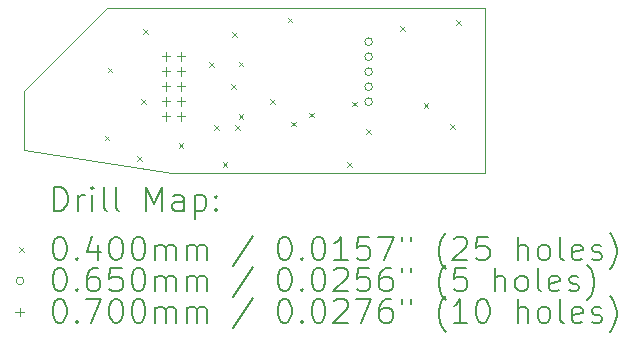
<source format=gbr>
%TF.GenerationSoftware,KiCad,Pcbnew,(6.0.7)*%
%TF.CreationDate,2022-08-20T21:53:43-04:00*%
%TF.ProjectId,THE_ENCODER,5448455f-454e-4434-9f44-45522e6b6963,rev?*%
%TF.SameCoordinates,Original*%
%TF.FileFunction,Drillmap*%
%TF.FilePolarity,Positive*%
%FSLAX45Y45*%
G04 Gerber Fmt 4.5, Leading zero omitted, Abs format (unit mm)*
G04 Created by KiCad (PCBNEW (6.0.7)) date 2022-08-20 21:53:43*
%MOMM*%
%LPD*%
G01*
G04 APERTURE LIST*
%ADD10C,0.100000*%
%ADD11C,0.200000*%
%ADD12C,0.040000*%
%ADD13C,0.065000*%
%ADD14C,0.070000*%
G04 APERTURE END LIST*
D10*
X11500000Y-8100000D02*
X12200000Y-7400000D01*
X15400000Y-7400000D02*
X15400000Y-8800000D01*
X12750000Y-8800000D02*
X15400000Y-8800000D01*
X15400000Y-7400000D02*
X12200000Y-7400000D01*
X11500000Y-8600000D02*
X12750000Y-8800000D01*
X11500000Y-8100000D02*
X11500000Y-8600000D01*
D11*
D12*
X12180000Y-8480000D02*
X12220000Y-8520000D01*
X12220000Y-8480000D02*
X12180000Y-8520000D01*
X12205000Y-7905000D02*
X12245000Y-7945000D01*
X12245000Y-7905000D02*
X12205000Y-7945000D01*
X12455000Y-8655000D02*
X12495000Y-8695000D01*
X12495000Y-8655000D02*
X12455000Y-8695000D01*
X12489500Y-8171500D02*
X12529500Y-8211500D01*
X12529500Y-8171500D02*
X12489500Y-8211500D01*
X12505000Y-7580000D02*
X12545000Y-7620000D01*
X12545000Y-7580000D02*
X12505000Y-7620000D01*
X12807000Y-8543550D02*
X12847000Y-8583550D01*
X12847000Y-8543550D02*
X12807000Y-8583550D01*
X13065955Y-7858955D02*
X13105955Y-7898955D01*
X13105955Y-7858955D02*
X13065955Y-7898955D01*
X13105000Y-8393050D02*
X13145000Y-8433050D01*
X13145000Y-8393050D02*
X13105000Y-8433050D01*
X13180000Y-8705000D02*
X13220000Y-8745000D01*
X13220000Y-8705000D02*
X13180000Y-8745000D01*
X13251500Y-8044500D02*
X13291500Y-8084500D01*
X13291500Y-8044500D02*
X13251500Y-8084500D01*
X13256230Y-7606230D02*
X13296230Y-7646230D01*
X13296230Y-7606230D02*
X13256230Y-7646230D01*
X13284265Y-8393050D02*
X13324265Y-8433050D01*
X13324265Y-8393050D02*
X13284265Y-8433050D01*
X13315000Y-7854000D02*
X13355000Y-7894000D01*
X13355000Y-7854000D02*
X13315000Y-7894000D01*
X13315164Y-8297996D02*
X13355164Y-8337996D01*
X13355164Y-8297996D02*
X13315164Y-8337996D01*
X13578450Y-8171500D02*
X13618450Y-8211500D01*
X13618450Y-8171500D02*
X13578450Y-8211500D01*
X13730000Y-7480000D02*
X13770000Y-7520000D01*
X13770000Y-7480000D02*
X13730000Y-7520000D01*
X13759500Y-8362000D02*
X13799500Y-8402000D01*
X13799500Y-8362000D02*
X13759500Y-8402000D01*
X13909000Y-8285000D02*
X13949000Y-8325000D01*
X13949000Y-8285000D02*
X13909000Y-8325000D01*
X14230000Y-8705000D02*
X14270000Y-8745000D01*
X14270000Y-8705000D02*
X14230000Y-8745000D01*
X14277450Y-8191774D02*
X14317450Y-8231774D01*
X14317450Y-8191774D02*
X14277450Y-8231774D01*
X14394500Y-8425500D02*
X14434500Y-8465500D01*
X14434500Y-8425500D02*
X14394500Y-8465500D01*
X14680000Y-7555000D02*
X14720000Y-7595000D01*
X14720000Y-7555000D02*
X14680000Y-7595000D01*
X14880000Y-8205000D02*
X14920000Y-8245000D01*
X14920000Y-8205000D02*
X14880000Y-8245000D01*
X15105000Y-8380000D02*
X15145000Y-8420000D01*
X15145000Y-8380000D02*
X15105000Y-8420000D01*
X15155000Y-7505000D02*
X15195000Y-7545000D01*
X15195000Y-7505000D02*
X15155000Y-7545000D01*
D13*
X14447000Y-7683500D02*
G75*
G03*
X14447000Y-7683500I-32500J0D01*
G01*
X14447000Y-7810500D02*
G75*
G03*
X14447000Y-7810500I-32500J0D01*
G01*
X14447000Y-7937500D02*
G75*
G03*
X14447000Y-7937500I-32500J0D01*
G01*
X14447000Y-8064500D02*
G75*
G03*
X14447000Y-8064500I-32500J0D01*
G01*
X14447000Y-8191500D02*
G75*
G03*
X14447000Y-8191500I-32500J0D01*
G01*
D14*
X12701000Y-7774000D02*
X12701000Y-7844000D01*
X12666000Y-7809000D02*
X12736000Y-7809000D01*
X12701000Y-7901000D02*
X12701000Y-7971000D01*
X12666000Y-7936000D02*
X12736000Y-7936000D01*
X12701000Y-8028000D02*
X12701000Y-8098000D01*
X12666000Y-8063000D02*
X12736000Y-8063000D01*
X12701000Y-8155000D02*
X12701000Y-8225000D01*
X12666000Y-8190000D02*
X12736000Y-8190000D01*
X12701000Y-8282000D02*
X12701000Y-8352000D01*
X12666000Y-8317000D02*
X12736000Y-8317000D01*
X12828000Y-7774000D02*
X12828000Y-7844000D01*
X12793000Y-7809000D02*
X12863000Y-7809000D01*
X12828000Y-7901000D02*
X12828000Y-7971000D01*
X12793000Y-7936000D02*
X12863000Y-7936000D01*
X12828000Y-8028000D02*
X12828000Y-8098000D01*
X12793000Y-8063000D02*
X12863000Y-8063000D01*
X12828000Y-8155000D02*
X12828000Y-8225000D01*
X12793000Y-8190000D02*
X12863000Y-8190000D01*
X12828000Y-8282000D02*
X12828000Y-8352000D01*
X12793000Y-8317000D02*
X12863000Y-8317000D01*
D11*
X11752619Y-9115476D02*
X11752619Y-8915476D01*
X11800238Y-8915476D01*
X11828809Y-8925000D01*
X11847857Y-8944048D01*
X11857381Y-8963095D01*
X11866905Y-9001190D01*
X11866905Y-9029762D01*
X11857381Y-9067857D01*
X11847857Y-9086905D01*
X11828809Y-9105952D01*
X11800238Y-9115476D01*
X11752619Y-9115476D01*
X11952619Y-9115476D02*
X11952619Y-8982143D01*
X11952619Y-9020238D02*
X11962143Y-9001190D01*
X11971667Y-8991667D01*
X11990714Y-8982143D01*
X12009762Y-8982143D01*
X12076428Y-9115476D02*
X12076428Y-8982143D01*
X12076428Y-8915476D02*
X12066905Y-8925000D01*
X12076428Y-8934524D01*
X12085952Y-8925000D01*
X12076428Y-8915476D01*
X12076428Y-8934524D01*
X12200238Y-9115476D02*
X12181190Y-9105952D01*
X12171667Y-9086905D01*
X12171667Y-8915476D01*
X12305000Y-9115476D02*
X12285952Y-9105952D01*
X12276428Y-9086905D01*
X12276428Y-8915476D01*
X12533571Y-9115476D02*
X12533571Y-8915476D01*
X12600238Y-9058333D01*
X12666905Y-8915476D01*
X12666905Y-9115476D01*
X12847857Y-9115476D02*
X12847857Y-9010714D01*
X12838333Y-8991667D01*
X12819286Y-8982143D01*
X12781190Y-8982143D01*
X12762143Y-8991667D01*
X12847857Y-9105952D02*
X12828809Y-9115476D01*
X12781190Y-9115476D01*
X12762143Y-9105952D01*
X12752619Y-9086905D01*
X12752619Y-9067857D01*
X12762143Y-9048810D01*
X12781190Y-9039286D01*
X12828809Y-9039286D01*
X12847857Y-9029762D01*
X12943095Y-8982143D02*
X12943095Y-9182143D01*
X12943095Y-8991667D02*
X12962143Y-8982143D01*
X13000238Y-8982143D01*
X13019286Y-8991667D01*
X13028809Y-9001190D01*
X13038333Y-9020238D01*
X13038333Y-9077381D01*
X13028809Y-9096429D01*
X13019286Y-9105952D01*
X13000238Y-9115476D01*
X12962143Y-9115476D01*
X12943095Y-9105952D01*
X13124048Y-9096429D02*
X13133571Y-9105952D01*
X13124048Y-9115476D01*
X13114524Y-9105952D01*
X13124048Y-9096429D01*
X13124048Y-9115476D01*
X13124048Y-8991667D02*
X13133571Y-9001190D01*
X13124048Y-9010714D01*
X13114524Y-9001190D01*
X13124048Y-8991667D01*
X13124048Y-9010714D01*
D12*
X11455000Y-9425000D02*
X11495000Y-9465000D01*
X11495000Y-9425000D02*
X11455000Y-9465000D01*
D11*
X11790714Y-9335476D02*
X11809762Y-9335476D01*
X11828809Y-9345000D01*
X11838333Y-9354524D01*
X11847857Y-9373571D01*
X11857381Y-9411667D01*
X11857381Y-9459286D01*
X11847857Y-9497381D01*
X11838333Y-9516429D01*
X11828809Y-9525952D01*
X11809762Y-9535476D01*
X11790714Y-9535476D01*
X11771667Y-9525952D01*
X11762143Y-9516429D01*
X11752619Y-9497381D01*
X11743095Y-9459286D01*
X11743095Y-9411667D01*
X11752619Y-9373571D01*
X11762143Y-9354524D01*
X11771667Y-9345000D01*
X11790714Y-9335476D01*
X11943095Y-9516429D02*
X11952619Y-9525952D01*
X11943095Y-9535476D01*
X11933571Y-9525952D01*
X11943095Y-9516429D01*
X11943095Y-9535476D01*
X12124048Y-9402143D02*
X12124048Y-9535476D01*
X12076428Y-9325952D02*
X12028809Y-9468810D01*
X12152619Y-9468810D01*
X12266905Y-9335476D02*
X12285952Y-9335476D01*
X12305000Y-9345000D01*
X12314524Y-9354524D01*
X12324048Y-9373571D01*
X12333571Y-9411667D01*
X12333571Y-9459286D01*
X12324048Y-9497381D01*
X12314524Y-9516429D01*
X12305000Y-9525952D01*
X12285952Y-9535476D01*
X12266905Y-9535476D01*
X12247857Y-9525952D01*
X12238333Y-9516429D01*
X12228809Y-9497381D01*
X12219286Y-9459286D01*
X12219286Y-9411667D01*
X12228809Y-9373571D01*
X12238333Y-9354524D01*
X12247857Y-9345000D01*
X12266905Y-9335476D01*
X12457381Y-9335476D02*
X12476428Y-9335476D01*
X12495476Y-9345000D01*
X12505000Y-9354524D01*
X12514524Y-9373571D01*
X12524048Y-9411667D01*
X12524048Y-9459286D01*
X12514524Y-9497381D01*
X12505000Y-9516429D01*
X12495476Y-9525952D01*
X12476428Y-9535476D01*
X12457381Y-9535476D01*
X12438333Y-9525952D01*
X12428809Y-9516429D01*
X12419286Y-9497381D01*
X12409762Y-9459286D01*
X12409762Y-9411667D01*
X12419286Y-9373571D01*
X12428809Y-9354524D01*
X12438333Y-9345000D01*
X12457381Y-9335476D01*
X12609762Y-9535476D02*
X12609762Y-9402143D01*
X12609762Y-9421190D02*
X12619286Y-9411667D01*
X12638333Y-9402143D01*
X12666905Y-9402143D01*
X12685952Y-9411667D01*
X12695476Y-9430714D01*
X12695476Y-9535476D01*
X12695476Y-9430714D02*
X12705000Y-9411667D01*
X12724048Y-9402143D01*
X12752619Y-9402143D01*
X12771667Y-9411667D01*
X12781190Y-9430714D01*
X12781190Y-9535476D01*
X12876428Y-9535476D02*
X12876428Y-9402143D01*
X12876428Y-9421190D02*
X12885952Y-9411667D01*
X12905000Y-9402143D01*
X12933571Y-9402143D01*
X12952619Y-9411667D01*
X12962143Y-9430714D01*
X12962143Y-9535476D01*
X12962143Y-9430714D02*
X12971667Y-9411667D01*
X12990714Y-9402143D01*
X13019286Y-9402143D01*
X13038333Y-9411667D01*
X13047857Y-9430714D01*
X13047857Y-9535476D01*
X13438333Y-9325952D02*
X13266905Y-9583095D01*
X13695476Y-9335476D02*
X13714524Y-9335476D01*
X13733571Y-9345000D01*
X13743095Y-9354524D01*
X13752619Y-9373571D01*
X13762143Y-9411667D01*
X13762143Y-9459286D01*
X13752619Y-9497381D01*
X13743095Y-9516429D01*
X13733571Y-9525952D01*
X13714524Y-9535476D01*
X13695476Y-9535476D01*
X13676428Y-9525952D01*
X13666905Y-9516429D01*
X13657381Y-9497381D01*
X13647857Y-9459286D01*
X13647857Y-9411667D01*
X13657381Y-9373571D01*
X13666905Y-9354524D01*
X13676428Y-9345000D01*
X13695476Y-9335476D01*
X13847857Y-9516429D02*
X13857381Y-9525952D01*
X13847857Y-9535476D01*
X13838333Y-9525952D01*
X13847857Y-9516429D01*
X13847857Y-9535476D01*
X13981190Y-9335476D02*
X14000238Y-9335476D01*
X14019286Y-9345000D01*
X14028809Y-9354524D01*
X14038333Y-9373571D01*
X14047857Y-9411667D01*
X14047857Y-9459286D01*
X14038333Y-9497381D01*
X14028809Y-9516429D01*
X14019286Y-9525952D01*
X14000238Y-9535476D01*
X13981190Y-9535476D01*
X13962143Y-9525952D01*
X13952619Y-9516429D01*
X13943095Y-9497381D01*
X13933571Y-9459286D01*
X13933571Y-9411667D01*
X13943095Y-9373571D01*
X13952619Y-9354524D01*
X13962143Y-9345000D01*
X13981190Y-9335476D01*
X14238333Y-9535476D02*
X14124048Y-9535476D01*
X14181190Y-9535476D02*
X14181190Y-9335476D01*
X14162143Y-9364048D01*
X14143095Y-9383095D01*
X14124048Y-9392619D01*
X14419286Y-9335476D02*
X14324048Y-9335476D01*
X14314524Y-9430714D01*
X14324048Y-9421190D01*
X14343095Y-9411667D01*
X14390714Y-9411667D01*
X14409762Y-9421190D01*
X14419286Y-9430714D01*
X14428809Y-9449762D01*
X14428809Y-9497381D01*
X14419286Y-9516429D01*
X14409762Y-9525952D01*
X14390714Y-9535476D01*
X14343095Y-9535476D01*
X14324048Y-9525952D01*
X14314524Y-9516429D01*
X14495476Y-9335476D02*
X14628809Y-9335476D01*
X14543095Y-9535476D01*
X14695476Y-9335476D02*
X14695476Y-9373571D01*
X14771667Y-9335476D02*
X14771667Y-9373571D01*
X15066905Y-9611667D02*
X15057381Y-9602143D01*
X15038333Y-9573571D01*
X15028809Y-9554524D01*
X15019286Y-9525952D01*
X15009762Y-9478333D01*
X15009762Y-9440238D01*
X15019286Y-9392619D01*
X15028809Y-9364048D01*
X15038333Y-9345000D01*
X15057381Y-9316429D01*
X15066905Y-9306905D01*
X15133571Y-9354524D02*
X15143095Y-9345000D01*
X15162143Y-9335476D01*
X15209762Y-9335476D01*
X15228809Y-9345000D01*
X15238333Y-9354524D01*
X15247857Y-9373571D01*
X15247857Y-9392619D01*
X15238333Y-9421190D01*
X15124048Y-9535476D01*
X15247857Y-9535476D01*
X15428809Y-9335476D02*
X15333571Y-9335476D01*
X15324048Y-9430714D01*
X15333571Y-9421190D01*
X15352619Y-9411667D01*
X15400238Y-9411667D01*
X15419286Y-9421190D01*
X15428809Y-9430714D01*
X15438333Y-9449762D01*
X15438333Y-9497381D01*
X15428809Y-9516429D01*
X15419286Y-9525952D01*
X15400238Y-9535476D01*
X15352619Y-9535476D01*
X15333571Y-9525952D01*
X15324048Y-9516429D01*
X15676428Y-9535476D02*
X15676428Y-9335476D01*
X15762143Y-9535476D02*
X15762143Y-9430714D01*
X15752619Y-9411667D01*
X15733571Y-9402143D01*
X15705000Y-9402143D01*
X15685952Y-9411667D01*
X15676428Y-9421190D01*
X15885952Y-9535476D02*
X15866905Y-9525952D01*
X15857381Y-9516429D01*
X15847857Y-9497381D01*
X15847857Y-9440238D01*
X15857381Y-9421190D01*
X15866905Y-9411667D01*
X15885952Y-9402143D01*
X15914524Y-9402143D01*
X15933571Y-9411667D01*
X15943095Y-9421190D01*
X15952619Y-9440238D01*
X15952619Y-9497381D01*
X15943095Y-9516429D01*
X15933571Y-9525952D01*
X15914524Y-9535476D01*
X15885952Y-9535476D01*
X16066905Y-9535476D02*
X16047857Y-9525952D01*
X16038333Y-9506905D01*
X16038333Y-9335476D01*
X16219286Y-9525952D02*
X16200238Y-9535476D01*
X16162143Y-9535476D01*
X16143095Y-9525952D01*
X16133571Y-9506905D01*
X16133571Y-9430714D01*
X16143095Y-9411667D01*
X16162143Y-9402143D01*
X16200238Y-9402143D01*
X16219286Y-9411667D01*
X16228809Y-9430714D01*
X16228809Y-9449762D01*
X16133571Y-9468810D01*
X16305000Y-9525952D02*
X16324048Y-9535476D01*
X16362143Y-9535476D01*
X16381190Y-9525952D01*
X16390714Y-9506905D01*
X16390714Y-9497381D01*
X16381190Y-9478333D01*
X16362143Y-9468810D01*
X16333571Y-9468810D01*
X16314524Y-9459286D01*
X16305000Y-9440238D01*
X16305000Y-9430714D01*
X16314524Y-9411667D01*
X16333571Y-9402143D01*
X16362143Y-9402143D01*
X16381190Y-9411667D01*
X16457381Y-9611667D02*
X16466905Y-9602143D01*
X16485952Y-9573571D01*
X16495476Y-9554524D01*
X16505000Y-9525952D01*
X16514524Y-9478333D01*
X16514524Y-9440238D01*
X16505000Y-9392619D01*
X16495476Y-9364048D01*
X16485952Y-9345000D01*
X16466905Y-9316429D01*
X16457381Y-9306905D01*
D13*
X11495000Y-9709000D02*
G75*
G03*
X11495000Y-9709000I-32500J0D01*
G01*
D11*
X11790714Y-9599476D02*
X11809762Y-9599476D01*
X11828809Y-9609000D01*
X11838333Y-9618524D01*
X11847857Y-9637571D01*
X11857381Y-9675667D01*
X11857381Y-9723286D01*
X11847857Y-9761381D01*
X11838333Y-9780429D01*
X11828809Y-9789952D01*
X11809762Y-9799476D01*
X11790714Y-9799476D01*
X11771667Y-9789952D01*
X11762143Y-9780429D01*
X11752619Y-9761381D01*
X11743095Y-9723286D01*
X11743095Y-9675667D01*
X11752619Y-9637571D01*
X11762143Y-9618524D01*
X11771667Y-9609000D01*
X11790714Y-9599476D01*
X11943095Y-9780429D02*
X11952619Y-9789952D01*
X11943095Y-9799476D01*
X11933571Y-9789952D01*
X11943095Y-9780429D01*
X11943095Y-9799476D01*
X12124048Y-9599476D02*
X12085952Y-9599476D01*
X12066905Y-9609000D01*
X12057381Y-9618524D01*
X12038333Y-9647095D01*
X12028809Y-9685190D01*
X12028809Y-9761381D01*
X12038333Y-9780429D01*
X12047857Y-9789952D01*
X12066905Y-9799476D01*
X12105000Y-9799476D01*
X12124048Y-9789952D01*
X12133571Y-9780429D01*
X12143095Y-9761381D01*
X12143095Y-9713762D01*
X12133571Y-9694714D01*
X12124048Y-9685190D01*
X12105000Y-9675667D01*
X12066905Y-9675667D01*
X12047857Y-9685190D01*
X12038333Y-9694714D01*
X12028809Y-9713762D01*
X12324048Y-9599476D02*
X12228809Y-9599476D01*
X12219286Y-9694714D01*
X12228809Y-9685190D01*
X12247857Y-9675667D01*
X12295476Y-9675667D01*
X12314524Y-9685190D01*
X12324048Y-9694714D01*
X12333571Y-9713762D01*
X12333571Y-9761381D01*
X12324048Y-9780429D01*
X12314524Y-9789952D01*
X12295476Y-9799476D01*
X12247857Y-9799476D01*
X12228809Y-9789952D01*
X12219286Y-9780429D01*
X12457381Y-9599476D02*
X12476428Y-9599476D01*
X12495476Y-9609000D01*
X12505000Y-9618524D01*
X12514524Y-9637571D01*
X12524048Y-9675667D01*
X12524048Y-9723286D01*
X12514524Y-9761381D01*
X12505000Y-9780429D01*
X12495476Y-9789952D01*
X12476428Y-9799476D01*
X12457381Y-9799476D01*
X12438333Y-9789952D01*
X12428809Y-9780429D01*
X12419286Y-9761381D01*
X12409762Y-9723286D01*
X12409762Y-9675667D01*
X12419286Y-9637571D01*
X12428809Y-9618524D01*
X12438333Y-9609000D01*
X12457381Y-9599476D01*
X12609762Y-9799476D02*
X12609762Y-9666143D01*
X12609762Y-9685190D02*
X12619286Y-9675667D01*
X12638333Y-9666143D01*
X12666905Y-9666143D01*
X12685952Y-9675667D01*
X12695476Y-9694714D01*
X12695476Y-9799476D01*
X12695476Y-9694714D02*
X12705000Y-9675667D01*
X12724048Y-9666143D01*
X12752619Y-9666143D01*
X12771667Y-9675667D01*
X12781190Y-9694714D01*
X12781190Y-9799476D01*
X12876428Y-9799476D02*
X12876428Y-9666143D01*
X12876428Y-9685190D02*
X12885952Y-9675667D01*
X12905000Y-9666143D01*
X12933571Y-9666143D01*
X12952619Y-9675667D01*
X12962143Y-9694714D01*
X12962143Y-9799476D01*
X12962143Y-9694714D02*
X12971667Y-9675667D01*
X12990714Y-9666143D01*
X13019286Y-9666143D01*
X13038333Y-9675667D01*
X13047857Y-9694714D01*
X13047857Y-9799476D01*
X13438333Y-9589952D02*
X13266905Y-9847095D01*
X13695476Y-9599476D02*
X13714524Y-9599476D01*
X13733571Y-9609000D01*
X13743095Y-9618524D01*
X13752619Y-9637571D01*
X13762143Y-9675667D01*
X13762143Y-9723286D01*
X13752619Y-9761381D01*
X13743095Y-9780429D01*
X13733571Y-9789952D01*
X13714524Y-9799476D01*
X13695476Y-9799476D01*
X13676428Y-9789952D01*
X13666905Y-9780429D01*
X13657381Y-9761381D01*
X13647857Y-9723286D01*
X13647857Y-9675667D01*
X13657381Y-9637571D01*
X13666905Y-9618524D01*
X13676428Y-9609000D01*
X13695476Y-9599476D01*
X13847857Y-9780429D02*
X13857381Y-9789952D01*
X13847857Y-9799476D01*
X13838333Y-9789952D01*
X13847857Y-9780429D01*
X13847857Y-9799476D01*
X13981190Y-9599476D02*
X14000238Y-9599476D01*
X14019286Y-9609000D01*
X14028809Y-9618524D01*
X14038333Y-9637571D01*
X14047857Y-9675667D01*
X14047857Y-9723286D01*
X14038333Y-9761381D01*
X14028809Y-9780429D01*
X14019286Y-9789952D01*
X14000238Y-9799476D01*
X13981190Y-9799476D01*
X13962143Y-9789952D01*
X13952619Y-9780429D01*
X13943095Y-9761381D01*
X13933571Y-9723286D01*
X13933571Y-9675667D01*
X13943095Y-9637571D01*
X13952619Y-9618524D01*
X13962143Y-9609000D01*
X13981190Y-9599476D01*
X14124048Y-9618524D02*
X14133571Y-9609000D01*
X14152619Y-9599476D01*
X14200238Y-9599476D01*
X14219286Y-9609000D01*
X14228809Y-9618524D01*
X14238333Y-9637571D01*
X14238333Y-9656619D01*
X14228809Y-9685190D01*
X14114524Y-9799476D01*
X14238333Y-9799476D01*
X14419286Y-9599476D02*
X14324048Y-9599476D01*
X14314524Y-9694714D01*
X14324048Y-9685190D01*
X14343095Y-9675667D01*
X14390714Y-9675667D01*
X14409762Y-9685190D01*
X14419286Y-9694714D01*
X14428809Y-9713762D01*
X14428809Y-9761381D01*
X14419286Y-9780429D01*
X14409762Y-9789952D01*
X14390714Y-9799476D01*
X14343095Y-9799476D01*
X14324048Y-9789952D01*
X14314524Y-9780429D01*
X14600238Y-9599476D02*
X14562143Y-9599476D01*
X14543095Y-9609000D01*
X14533571Y-9618524D01*
X14514524Y-9647095D01*
X14505000Y-9685190D01*
X14505000Y-9761381D01*
X14514524Y-9780429D01*
X14524048Y-9789952D01*
X14543095Y-9799476D01*
X14581190Y-9799476D01*
X14600238Y-9789952D01*
X14609762Y-9780429D01*
X14619286Y-9761381D01*
X14619286Y-9713762D01*
X14609762Y-9694714D01*
X14600238Y-9685190D01*
X14581190Y-9675667D01*
X14543095Y-9675667D01*
X14524048Y-9685190D01*
X14514524Y-9694714D01*
X14505000Y-9713762D01*
X14695476Y-9599476D02*
X14695476Y-9637571D01*
X14771667Y-9599476D02*
X14771667Y-9637571D01*
X15066905Y-9875667D02*
X15057381Y-9866143D01*
X15038333Y-9837571D01*
X15028809Y-9818524D01*
X15019286Y-9789952D01*
X15009762Y-9742333D01*
X15009762Y-9704238D01*
X15019286Y-9656619D01*
X15028809Y-9628048D01*
X15038333Y-9609000D01*
X15057381Y-9580429D01*
X15066905Y-9570905D01*
X15238333Y-9599476D02*
X15143095Y-9599476D01*
X15133571Y-9694714D01*
X15143095Y-9685190D01*
X15162143Y-9675667D01*
X15209762Y-9675667D01*
X15228809Y-9685190D01*
X15238333Y-9694714D01*
X15247857Y-9713762D01*
X15247857Y-9761381D01*
X15238333Y-9780429D01*
X15228809Y-9789952D01*
X15209762Y-9799476D01*
X15162143Y-9799476D01*
X15143095Y-9789952D01*
X15133571Y-9780429D01*
X15485952Y-9799476D02*
X15485952Y-9599476D01*
X15571667Y-9799476D02*
X15571667Y-9694714D01*
X15562143Y-9675667D01*
X15543095Y-9666143D01*
X15514524Y-9666143D01*
X15495476Y-9675667D01*
X15485952Y-9685190D01*
X15695476Y-9799476D02*
X15676428Y-9789952D01*
X15666905Y-9780429D01*
X15657381Y-9761381D01*
X15657381Y-9704238D01*
X15666905Y-9685190D01*
X15676428Y-9675667D01*
X15695476Y-9666143D01*
X15724048Y-9666143D01*
X15743095Y-9675667D01*
X15752619Y-9685190D01*
X15762143Y-9704238D01*
X15762143Y-9761381D01*
X15752619Y-9780429D01*
X15743095Y-9789952D01*
X15724048Y-9799476D01*
X15695476Y-9799476D01*
X15876428Y-9799476D02*
X15857381Y-9789952D01*
X15847857Y-9770905D01*
X15847857Y-9599476D01*
X16028809Y-9789952D02*
X16009762Y-9799476D01*
X15971667Y-9799476D01*
X15952619Y-9789952D01*
X15943095Y-9770905D01*
X15943095Y-9694714D01*
X15952619Y-9675667D01*
X15971667Y-9666143D01*
X16009762Y-9666143D01*
X16028809Y-9675667D01*
X16038333Y-9694714D01*
X16038333Y-9713762D01*
X15943095Y-9732810D01*
X16114524Y-9789952D02*
X16133571Y-9799476D01*
X16171667Y-9799476D01*
X16190714Y-9789952D01*
X16200238Y-9770905D01*
X16200238Y-9761381D01*
X16190714Y-9742333D01*
X16171667Y-9732810D01*
X16143095Y-9732810D01*
X16124048Y-9723286D01*
X16114524Y-9704238D01*
X16114524Y-9694714D01*
X16124048Y-9675667D01*
X16143095Y-9666143D01*
X16171667Y-9666143D01*
X16190714Y-9675667D01*
X16266905Y-9875667D02*
X16276428Y-9866143D01*
X16295476Y-9837571D01*
X16305000Y-9818524D01*
X16314524Y-9789952D01*
X16324048Y-9742333D01*
X16324048Y-9704238D01*
X16314524Y-9656619D01*
X16305000Y-9628048D01*
X16295476Y-9609000D01*
X16276428Y-9580429D01*
X16266905Y-9570905D01*
D14*
X11460000Y-9938000D02*
X11460000Y-10008000D01*
X11425000Y-9973000D02*
X11495000Y-9973000D01*
D11*
X11790714Y-9863476D02*
X11809762Y-9863476D01*
X11828809Y-9873000D01*
X11838333Y-9882524D01*
X11847857Y-9901571D01*
X11857381Y-9939667D01*
X11857381Y-9987286D01*
X11847857Y-10025381D01*
X11838333Y-10044429D01*
X11828809Y-10053952D01*
X11809762Y-10063476D01*
X11790714Y-10063476D01*
X11771667Y-10053952D01*
X11762143Y-10044429D01*
X11752619Y-10025381D01*
X11743095Y-9987286D01*
X11743095Y-9939667D01*
X11752619Y-9901571D01*
X11762143Y-9882524D01*
X11771667Y-9873000D01*
X11790714Y-9863476D01*
X11943095Y-10044429D02*
X11952619Y-10053952D01*
X11943095Y-10063476D01*
X11933571Y-10053952D01*
X11943095Y-10044429D01*
X11943095Y-10063476D01*
X12019286Y-9863476D02*
X12152619Y-9863476D01*
X12066905Y-10063476D01*
X12266905Y-9863476D02*
X12285952Y-9863476D01*
X12305000Y-9873000D01*
X12314524Y-9882524D01*
X12324048Y-9901571D01*
X12333571Y-9939667D01*
X12333571Y-9987286D01*
X12324048Y-10025381D01*
X12314524Y-10044429D01*
X12305000Y-10053952D01*
X12285952Y-10063476D01*
X12266905Y-10063476D01*
X12247857Y-10053952D01*
X12238333Y-10044429D01*
X12228809Y-10025381D01*
X12219286Y-9987286D01*
X12219286Y-9939667D01*
X12228809Y-9901571D01*
X12238333Y-9882524D01*
X12247857Y-9873000D01*
X12266905Y-9863476D01*
X12457381Y-9863476D02*
X12476428Y-9863476D01*
X12495476Y-9873000D01*
X12505000Y-9882524D01*
X12514524Y-9901571D01*
X12524048Y-9939667D01*
X12524048Y-9987286D01*
X12514524Y-10025381D01*
X12505000Y-10044429D01*
X12495476Y-10053952D01*
X12476428Y-10063476D01*
X12457381Y-10063476D01*
X12438333Y-10053952D01*
X12428809Y-10044429D01*
X12419286Y-10025381D01*
X12409762Y-9987286D01*
X12409762Y-9939667D01*
X12419286Y-9901571D01*
X12428809Y-9882524D01*
X12438333Y-9873000D01*
X12457381Y-9863476D01*
X12609762Y-10063476D02*
X12609762Y-9930143D01*
X12609762Y-9949190D02*
X12619286Y-9939667D01*
X12638333Y-9930143D01*
X12666905Y-9930143D01*
X12685952Y-9939667D01*
X12695476Y-9958714D01*
X12695476Y-10063476D01*
X12695476Y-9958714D02*
X12705000Y-9939667D01*
X12724048Y-9930143D01*
X12752619Y-9930143D01*
X12771667Y-9939667D01*
X12781190Y-9958714D01*
X12781190Y-10063476D01*
X12876428Y-10063476D02*
X12876428Y-9930143D01*
X12876428Y-9949190D02*
X12885952Y-9939667D01*
X12905000Y-9930143D01*
X12933571Y-9930143D01*
X12952619Y-9939667D01*
X12962143Y-9958714D01*
X12962143Y-10063476D01*
X12962143Y-9958714D02*
X12971667Y-9939667D01*
X12990714Y-9930143D01*
X13019286Y-9930143D01*
X13038333Y-9939667D01*
X13047857Y-9958714D01*
X13047857Y-10063476D01*
X13438333Y-9853952D02*
X13266905Y-10111095D01*
X13695476Y-9863476D02*
X13714524Y-9863476D01*
X13733571Y-9873000D01*
X13743095Y-9882524D01*
X13752619Y-9901571D01*
X13762143Y-9939667D01*
X13762143Y-9987286D01*
X13752619Y-10025381D01*
X13743095Y-10044429D01*
X13733571Y-10053952D01*
X13714524Y-10063476D01*
X13695476Y-10063476D01*
X13676428Y-10053952D01*
X13666905Y-10044429D01*
X13657381Y-10025381D01*
X13647857Y-9987286D01*
X13647857Y-9939667D01*
X13657381Y-9901571D01*
X13666905Y-9882524D01*
X13676428Y-9873000D01*
X13695476Y-9863476D01*
X13847857Y-10044429D02*
X13857381Y-10053952D01*
X13847857Y-10063476D01*
X13838333Y-10053952D01*
X13847857Y-10044429D01*
X13847857Y-10063476D01*
X13981190Y-9863476D02*
X14000238Y-9863476D01*
X14019286Y-9873000D01*
X14028809Y-9882524D01*
X14038333Y-9901571D01*
X14047857Y-9939667D01*
X14047857Y-9987286D01*
X14038333Y-10025381D01*
X14028809Y-10044429D01*
X14019286Y-10053952D01*
X14000238Y-10063476D01*
X13981190Y-10063476D01*
X13962143Y-10053952D01*
X13952619Y-10044429D01*
X13943095Y-10025381D01*
X13933571Y-9987286D01*
X13933571Y-9939667D01*
X13943095Y-9901571D01*
X13952619Y-9882524D01*
X13962143Y-9873000D01*
X13981190Y-9863476D01*
X14124048Y-9882524D02*
X14133571Y-9873000D01*
X14152619Y-9863476D01*
X14200238Y-9863476D01*
X14219286Y-9873000D01*
X14228809Y-9882524D01*
X14238333Y-9901571D01*
X14238333Y-9920619D01*
X14228809Y-9949190D01*
X14114524Y-10063476D01*
X14238333Y-10063476D01*
X14305000Y-9863476D02*
X14438333Y-9863476D01*
X14352619Y-10063476D01*
X14600238Y-9863476D02*
X14562143Y-9863476D01*
X14543095Y-9873000D01*
X14533571Y-9882524D01*
X14514524Y-9911095D01*
X14505000Y-9949190D01*
X14505000Y-10025381D01*
X14514524Y-10044429D01*
X14524048Y-10053952D01*
X14543095Y-10063476D01*
X14581190Y-10063476D01*
X14600238Y-10053952D01*
X14609762Y-10044429D01*
X14619286Y-10025381D01*
X14619286Y-9977762D01*
X14609762Y-9958714D01*
X14600238Y-9949190D01*
X14581190Y-9939667D01*
X14543095Y-9939667D01*
X14524048Y-9949190D01*
X14514524Y-9958714D01*
X14505000Y-9977762D01*
X14695476Y-9863476D02*
X14695476Y-9901571D01*
X14771667Y-9863476D02*
X14771667Y-9901571D01*
X15066905Y-10139667D02*
X15057381Y-10130143D01*
X15038333Y-10101571D01*
X15028809Y-10082524D01*
X15019286Y-10053952D01*
X15009762Y-10006333D01*
X15009762Y-9968238D01*
X15019286Y-9920619D01*
X15028809Y-9892048D01*
X15038333Y-9873000D01*
X15057381Y-9844429D01*
X15066905Y-9834905D01*
X15247857Y-10063476D02*
X15133571Y-10063476D01*
X15190714Y-10063476D02*
X15190714Y-9863476D01*
X15171667Y-9892048D01*
X15152619Y-9911095D01*
X15133571Y-9920619D01*
X15371667Y-9863476D02*
X15390714Y-9863476D01*
X15409762Y-9873000D01*
X15419286Y-9882524D01*
X15428809Y-9901571D01*
X15438333Y-9939667D01*
X15438333Y-9987286D01*
X15428809Y-10025381D01*
X15419286Y-10044429D01*
X15409762Y-10053952D01*
X15390714Y-10063476D01*
X15371667Y-10063476D01*
X15352619Y-10053952D01*
X15343095Y-10044429D01*
X15333571Y-10025381D01*
X15324048Y-9987286D01*
X15324048Y-9939667D01*
X15333571Y-9901571D01*
X15343095Y-9882524D01*
X15352619Y-9873000D01*
X15371667Y-9863476D01*
X15676428Y-10063476D02*
X15676428Y-9863476D01*
X15762143Y-10063476D02*
X15762143Y-9958714D01*
X15752619Y-9939667D01*
X15733571Y-9930143D01*
X15705000Y-9930143D01*
X15685952Y-9939667D01*
X15676428Y-9949190D01*
X15885952Y-10063476D02*
X15866905Y-10053952D01*
X15857381Y-10044429D01*
X15847857Y-10025381D01*
X15847857Y-9968238D01*
X15857381Y-9949190D01*
X15866905Y-9939667D01*
X15885952Y-9930143D01*
X15914524Y-9930143D01*
X15933571Y-9939667D01*
X15943095Y-9949190D01*
X15952619Y-9968238D01*
X15952619Y-10025381D01*
X15943095Y-10044429D01*
X15933571Y-10053952D01*
X15914524Y-10063476D01*
X15885952Y-10063476D01*
X16066905Y-10063476D02*
X16047857Y-10053952D01*
X16038333Y-10034905D01*
X16038333Y-9863476D01*
X16219286Y-10053952D02*
X16200238Y-10063476D01*
X16162143Y-10063476D01*
X16143095Y-10053952D01*
X16133571Y-10034905D01*
X16133571Y-9958714D01*
X16143095Y-9939667D01*
X16162143Y-9930143D01*
X16200238Y-9930143D01*
X16219286Y-9939667D01*
X16228809Y-9958714D01*
X16228809Y-9977762D01*
X16133571Y-9996810D01*
X16305000Y-10053952D02*
X16324048Y-10063476D01*
X16362143Y-10063476D01*
X16381190Y-10053952D01*
X16390714Y-10034905D01*
X16390714Y-10025381D01*
X16381190Y-10006333D01*
X16362143Y-9996810D01*
X16333571Y-9996810D01*
X16314524Y-9987286D01*
X16305000Y-9968238D01*
X16305000Y-9958714D01*
X16314524Y-9939667D01*
X16333571Y-9930143D01*
X16362143Y-9930143D01*
X16381190Y-9939667D01*
X16457381Y-10139667D02*
X16466905Y-10130143D01*
X16485952Y-10101571D01*
X16495476Y-10082524D01*
X16505000Y-10053952D01*
X16514524Y-10006333D01*
X16514524Y-9968238D01*
X16505000Y-9920619D01*
X16495476Y-9892048D01*
X16485952Y-9873000D01*
X16466905Y-9844429D01*
X16457381Y-9834905D01*
M02*

</source>
